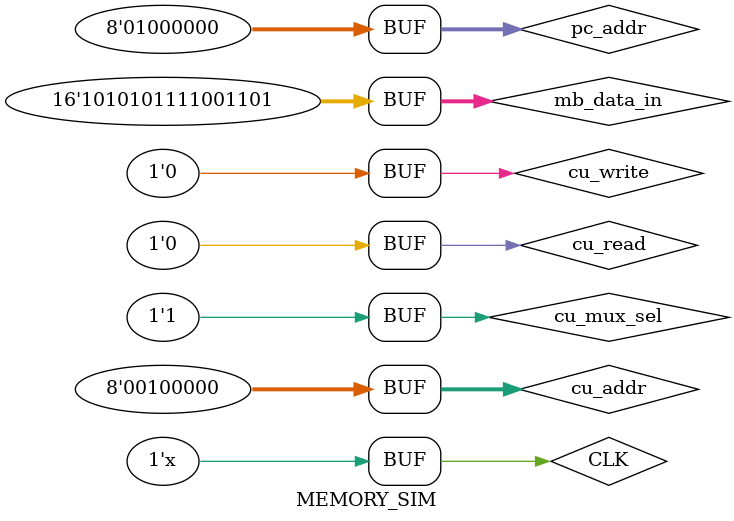
<source format=v>
`timescale 1ns / 1ps
module MEMORY_SIM();

reg CLK;
initial CLK = 0;
always #5 CLK = ~CLK;

reg cu_mux_sel;
reg [7:0] pc_addr, cu_addr;

reg [15:0] mb_data_in;
reg cu_read;
reg cu_write;

wire [15:0] mb_data_out;

MEMORY UUT(
.CLK100MHZ  (CLK),

.cu_mux_sel (cu_mux_sel),
.pc_addr    (pc_addr),
.cu_addr    (cu_addr),

.mb_data_in (mb_data_in),
.cu_read    (cu_read),
.cu_write   (cu_write),

.mb_data_out(mb_data_out)
);

initial begin

pc_addr = 8'h40;
cu_addr = 8'h20;

//Write data to PC ADDR
cu_mux_sel = 0;
mb_data_in = 16'hBB09;
cu_write = 1;
#10 cu_write = 0;

//Read data
cu_read = 1;
#10 cu_read =0;

//Write data to CU 
cu_mux_sel = 1;
mb_data_in = 16'hABCD;
cu_write = 1;
#10 cu_write = 0;

cu_read = 1;
#10 cu_read =0;

end


endmodule

</source>
